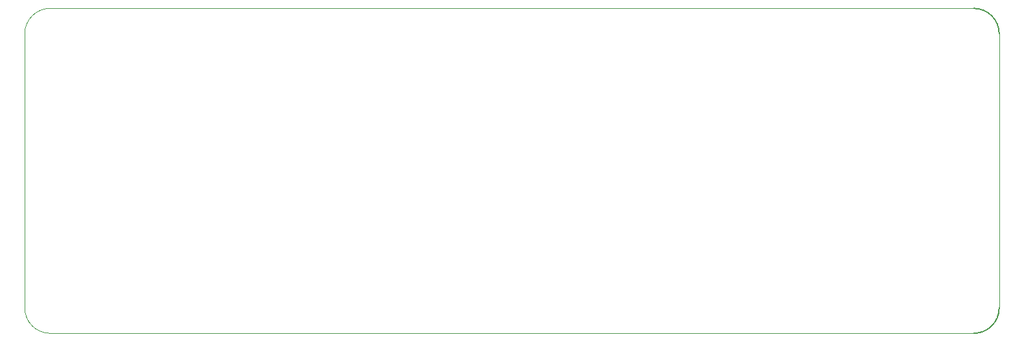
<source format=gbr>
%TF.GenerationSoftware,KiCad,Pcbnew,(7.0.0)*%
%TF.CreationDate,2023-07-09T18:50:50+02:00*%
%TF.ProjectId,Differential_Probe,44696666-6572-4656-9e74-69616c5f5072,rev?*%
%TF.SameCoordinates,Original*%
%TF.FileFunction,Profile,NP*%
%FSLAX46Y46*%
G04 Gerber Fmt 4.6, Leading zero omitted, Abs format (unit mm)*
G04 Created by KiCad (PCBNEW (7.0.0)) date 2023-07-09 18:50:50*
%MOMM*%
%LPD*%
G01*
G04 APERTURE LIST*
%TA.AperFunction,Profile*%
%ADD10C,0.100000*%
%TD*%
%TA.AperFunction,Profile*%
%ADD11C,0.150000*%
%TD*%
G04 APERTURE END LIST*
D10*
X98000000Y-108200000D02*
G75*
G03*
X101400000Y-111600000I3400000J0D01*
G01*
X98000000Y-108200000D02*
X98000000Y-71400000D01*
D11*
X225200000Y-111600000D02*
G75*
G03*
X228600000Y-108200000I0J3400000D01*
G01*
D10*
X101400000Y-68000000D02*
G75*
G03*
X98000000Y-71400000I0J-3400000D01*
G01*
X228600000Y-108200000D02*
X228600000Y-71400000D01*
X225200000Y-111600000D02*
X101400000Y-111600000D01*
D11*
X228600000Y-71400000D02*
G75*
G03*
X225200000Y-68000000I-3400000J0D01*
G01*
D10*
X101400000Y-68000000D02*
X225200000Y-68000000D01*
M02*

</source>
